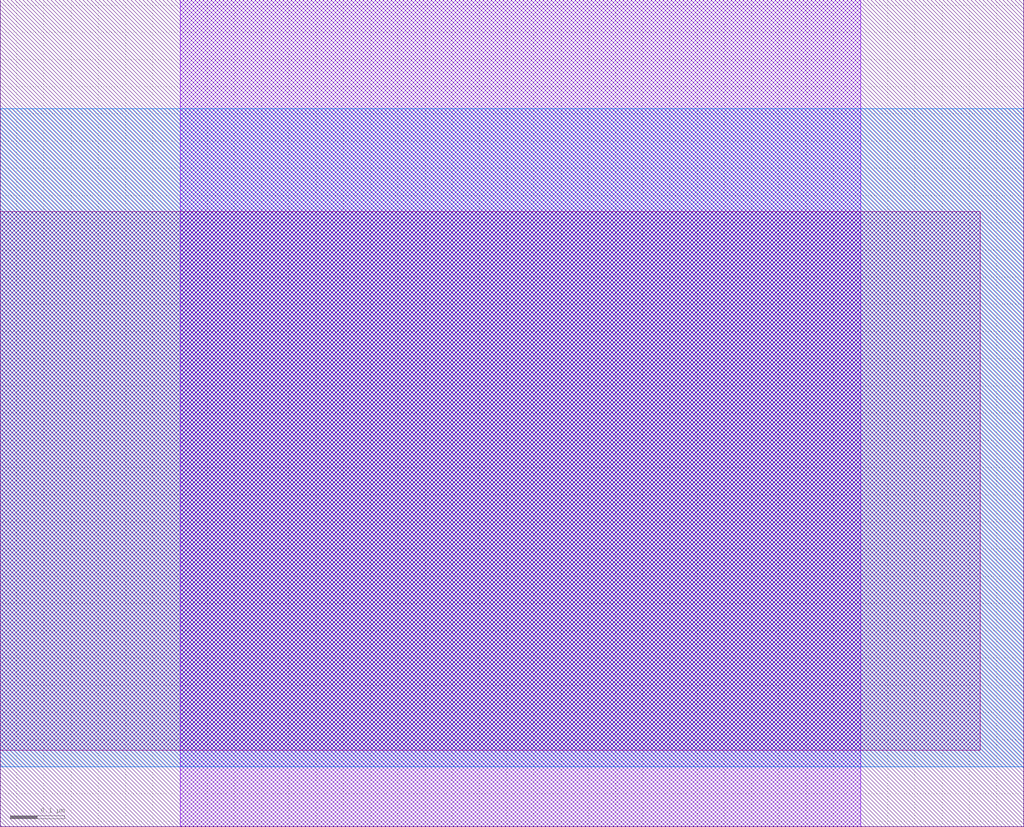
<source format=lef>
VERSION 5.7 ;
  NOWIREEXTENSIONATPIN ON ;
  DIVIDERCHAR "/" ;
  BUSBITCHARS "[]" ;
UNITS
  DATABASE MICRONS 200 ;
END UNITS

LAYER via2
  TYPE CUT ;
END via2

LAYER via
  TYPE CUT ;
END via

LAYER nwell
  TYPE MASTERSLICE ;
END nwell

LAYER via3
  TYPE CUT ;
END via3

LAYER pwell
  TYPE MASTERSLICE ;
END pwell

LAYER via4
  TYPE CUT ;
END via4

LAYER mcon
  TYPE CUT ;
END mcon

LAYER met6
  TYPE ROUTING ;
  WIDTH 0.030000 ;
  SPACING 0.040000 ;
  DIRECTION HORIZONTAL ;
END met6

LAYER met1
  TYPE ROUTING ;
  WIDTH 0.140000 ;
  SPACING 0.140000 ;
  DIRECTION HORIZONTAL ;
END met1

LAYER met3
  TYPE ROUTING ;
  WIDTH 0.300000 ;
  SPACING 0.300000 ;
  DIRECTION HORIZONTAL ;
END met3

LAYER met2
  TYPE ROUTING ;
  WIDTH 0.140000 ;
  SPACING 0.140000 ;
  DIRECTION HORIZONTAL ;
END met2

LAYER met4
  TYPE ROUTING ;
  WIDTH 0.300000 ;
  SPACING 0.300000 ;
  DIRECTION HORIZONTAL ;
END met4

LAYER met5
  TYPE ROUTING ;
  WIDTH 1.600000 ;
  SPACING 1.600000 ;
  DIRECTION HORIZONTAL ;
END met5

LAYER li1
  TYPE ROUTING ;
  WIDTH 0.170000 ;
  SPACING 0.170000 ;
  DIRECTION HORIZONTAL ;
END li1

MACRO sky130_hilas_TgateSingle01Part1
  CLASS BLOCK ;
  FOREIGN sky130_hilas_TgateSingle01Part1 ;
  ORIGIN -2.570 1.810 ;
  SIZE 1.880 BY 1.520 ;
  OBS
      LAYER li1 ;
        RECT 2.570 -1.670 4.370 -0.680 ;
      LAYER met1 ;
        RECT 2.900 -1.810 4.150 -0.290 ;
      LAYER met2 ;
        RECT 2.570 -1.700 4.450 -0.490 ;
  END
END sky130_hilas_TgateSingle01Part1
END LIBRARY


</source>
